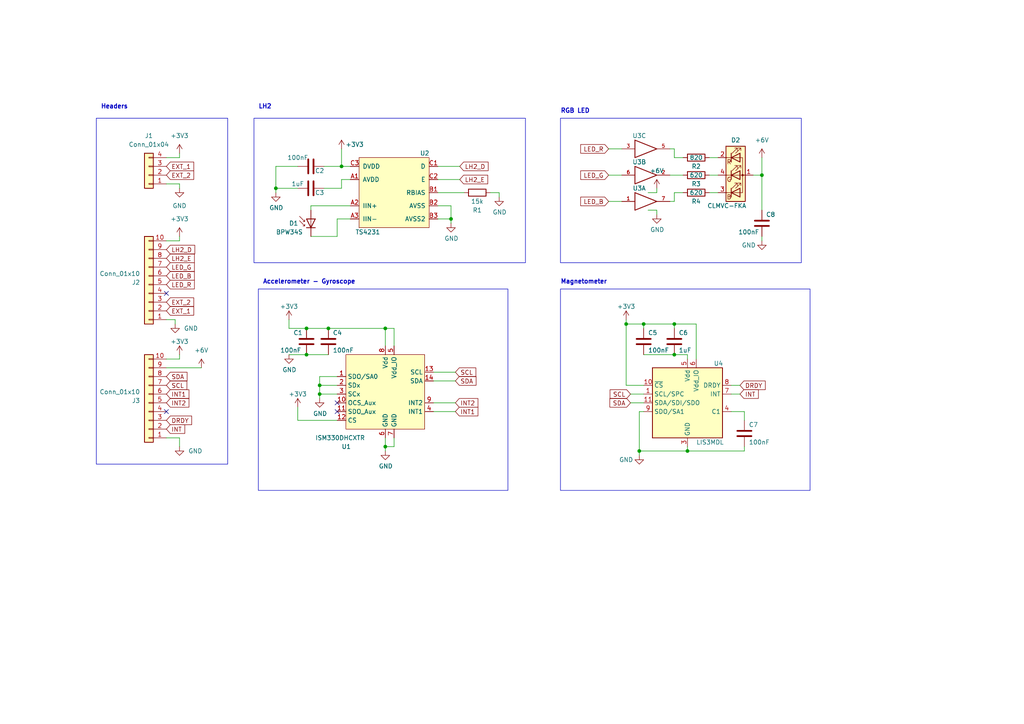
<source format=kicad_sch>
(kicad_sch (version 20230121) (generator eeschema)
  (paper "A4")
  (title_block (title "DotBot lighthouse shield") (date "2023-06-09") (rev "0.1.0") (company "Inria"))
  (lib_symbols
    (symbol "74xGxx:74LVC3G34" (pin_names (offset 1.016))
      (property "Reference" "U" (at -2.54 3.81 0))
      (property "Value" "74LVC3G34" (at 0 -3.81 0))
      (symbol "74LVC3G34_0_1"
        (polyline (pts (xy -3.81 2.54) (xy -3.81 -2.54) (xy 2.54 0) (xy -3.81 2.54)) (stroke (width 0.254)))
        (pin power_in line (at 0 -2.54 270) (length 0) hide (name "GND") (number "4"))
        (pin power_in line (at 0 2.54 90) (length 0) hide (name "VCC") (number "8"))
      )
      (symbol "74LVC3G34_1_1"
        (pin input line (at -7.62 0 0) (length 3.81) (name "~") (number "1"))
        (pin output line (at 6.35 0 180) (length 3.81) (name "~") (number "7"))
      )
      (symbol "74LVC3G34_2_1"
        (pin output line (at 6.35 0 180) (length 3.81) (name "~") (number "2"))
        (pin input line (at -7.62 0 0) (length 3.81) (name "~") (number "6"))
      )
      (symbol "74LVC3G34_3_1"
        (pin input line (at -7.62 0 0) (length 3.81) (name "~") (number "3"))
        (pin output line (at 6.35 0 180) (length 3.81) (name "~") (number "5"))
      )
    )
    (symbol "Connector_Generic:Conn_01x04" (pin_names (offset 1.016) hide)
      (property "Reference" "J" (at 0 5.08 0))
      (property "Value" "Conn_01x04" (at 0 -7.62 0))
      (symbol "Conn_01x04_1_1"
        (rectangle (start -1.27 -4.953) (end 0 -5.207) (stroke (width 0.1524)))
        (rectangle (start -1.27 -2.413) (end 0 -2.667) (stroke (width 0.1524)))
        (rectangle (start -1.27 0.127) (end 0 -0.127) (stroke (width 0.1524)))
        (rectangle (start -1.27 2.667) (end 0 2.413) (stroke (width 0.1524)))
        (rectangle (start -1.27 3.81) (end 1.27 -6.35) (stroke (width 0.254)) (fill (type background)))
        (pin passive line (at -5.08 2.54 0) (length 3.81) (name "Pin_1") (number "1"))
        (pin passive line (at -5.08 0 0) (length 3.81) (name "Pin_2") (number "2"))
        (pin passive line (at -5.08 -2.54 0) (length 3.81) (name "Pin_3") (number "3"))
        (pin passive line (at -5.08 -5.08 0) (length 3.81) (name "Pin_4") (number "4"))
      )
    )
    (symbol "Connector_Generic:Conn_01x10" (pin_names (offset 1.016) hide)
      (property "Reference" "J" (at 0 12.7 0))
      (property "Value" "Conn_01x10" (at 0 -15.24 0))
      (symbol "Conn_01x10_1_1"
        (rectangle (start -1.27 -12.573) (end 0 -12.827) (stroke (width 0.1524)))
        (rectangle (start -1.27 -10.033) (end 0 -10.287) (stroke (width 0.1524)))
        (rectangle (start -1.27 -7.493) (end 0 -7.747) (stroke (width 0.1524)))
        (rectangle (start -1.27 -4.953) (end 0 -5.207) (stroke (width 0.1524)))
        (rectangle (start -1.27 -2.413) (end 0 -2.667) (stroke (width 0.1524)))
        (rectangle (start -1.27 0.127) (end 0 -0.127) (stroke (width 0.1524)))
        (rectangle (start -1.27 2.667) (end 0 2.413) (stroke (width 0.1524)))
        (rectangle (start -1.27 5.207) (end 0 4.953) (stroke (width 0.1524)))
        (rectangle (start -1.27 7.747) (end 0 7.493) (stroke (width 0.1524)))
        (rectangle (start -1.27 10.287) (end 0 10.033) (stroke (width 0.1524)))
        (rectangle (start -1.27 11.43) (end 1.27 -13.97) (stroke (width 0.254)) (fill (type background)))
        (pin passive line (at -5.08 10.16 0) (length 3.81) (name "Pin_1") (number "1"))
        (pin passive line (at -5.08 -12.7 0) (length 3.81) (name "Pin_10") (number "10"))
        (pin passive line (at -5.08 7.62 0) (length 3.81) (name "Pin_2") (number "2"))
        (pin passive line (at -5.08 5.08 0) (length 3.81) (name "Pin_3") (number "3"))
        (pin passive line (at -5.08 2.54 0) (length 3.81) (name "Pin_4") (number "4"))
        (pin passive line (at -5.08 0 0) (length 3.81) (name "Pin_5") (number "5"))
        (pin passive line (at -5.08 -2.54 0) (length 3.81) (name "Pin_6") (number "6"))
        (pin passive line (at -5.08 -5.08 0) (length 3.81) (name "Pin_7") (number "7"))
        (pin passive line (at -5.08 -7.62 0) (length 3.81) (name "Pin_8") (number "8"))
        (pin passive line (at -5.08 -10.16 0) (length 3.81) (name "Pin_9") (number "9"))
      )
    )
    (symbol "Device:C" (pin_numbers hide) (pin_names (offset 0.254))
      (property "Reference" "C" (at 0.635 2.54 0))
      (property "Value" "C" (at 0.635 -2.54 0))
      (symbol "C_0_1"
        (polyline (pts (xy -2.032 -0.762) (xy 2.032 -0.762)) (stroke (width 0.508)))
        (polyline (pts (xy -2.032 0.762) (xy 2.032 0.762)) (stroke (width 0.508)))
      )
      (symbol "C_1_1"
        (pin passive line (at 0 3.81 270) (length 2.794) (name "~") (number "1"))
        (pin passive line (at 0 -3.81 90) (length 2.794) (name "~") (number "2"))
      )
    )
    (symbol "Device:D_Photo" (pin_numbers hide) (pin_names hide)
      (property "Reference" "D" (at 0.508 1.778 0))
      (property "Value" "D_Photo" (at -1.016 -2.794 0))
      (symbol "D_Photo_0_1"
        (polyline (pts (xy -2.54 1.27) (xy -2.54 -1.27)) (stroke (width 0.254)))
        (polyline (pts (xy -2.032 1.778) (xy -1.524 1.778)))
        (polyline (pts (xy 0 0) (xy -2.54 0)))
        (polyline (pts (xy -0.508 3.302) (xy -2.032 1.778) (xy -2.032 2.286)))
        (polyline (pts (xy 0 -1.27) (xy 0 1.27) (xy -2.54 0) (xy 0 -1.27)) (stroke (width 0.254)))
        (polyline (pts (xy 0.762 3.302) (xy -0.762 1.778) (xy -0.762 2.286) (xy -0.762 1.778) (xy -0.254 1.778)))
      )
      (symbol "D_Photo_1_1"
        (pin passive line (at -5.08 0 0) (length 2.54) (name "K") (number "1"))
        (pin passive line (at 2.54 0 180) (length 2.54) (name "A") (number "2"))
      )
    )
    (symbol "Device:LED_ARBG" (pin_names (offset 0) hide)
      (property "Reference" "D" (at 0 9.398 0))
      (property "Value" "LED_ARBG" (at 0 -8.89 0))
      (symbol "LED_ARBG_0_0"
        (text "B" (at -1.905 -6.35 0) (effects (font (size 1.27 1.27))))
        (text "G" (at -1.905 -1.27 0) (effects (font (size 1.27 1.27))))
        (text "R" (at -1.905 3.81 0) (effects (font (size 1.27 1.27))))
      )
      (symbol "LED_ARBG_0_1"
        (polyline (pts (xy -1.27 -5.08) (xy -2.54 -5.08)))
        (polyline (pts (xy -1.27 -5.08) (xy 1.27 -5.08)))
        (polyline (pts (xy -1.27 -3.81) (xy -1.27 -6.35)) (stroke (width 0.254)))
        (polyline (pts (xy -1.27 0) (xy -2.54 0)))
        (polyline (pts (xy -1.27 1.27) (xy -1.27 -1.27)) (stroke (width 0.254)))
        (polyline (pts (xy -1.27 5.08) (xy -2.54 5.08)))
        (polyline (pts (xy -1.27 5.08) (xy 1.27 5.08)))
        (polyline (pts (xy -1.27 6.35) (xy -1.27 3.81)) (stroke (width 0.254)))
        (polyline (pts (xy 1.27 0) (xy -1.27 0)))
        (polyline (pts (xy 1.27 0) (xy 2.54 0)))
        (polyline (pts (xy -1.27 1.27) (xy -1.27 -1.27) (xy -1.27 -1.27)))
        (polyline (pts (xy -1.27 6.35) (xy -1.27 3.81) (xy -1.27 3.81)))
        (polyline (pts (xy 1.27 -5.08) (xy 2.032 -5.08) (xy 2.032 5.08) (xy 1.27 5.08)))
        (polyline (pts (xy 1.27 -3.81) (xy 1.27 -6.35) (xy -1.27 -5.08) (xy 1.27 -3.81)) (stroke (width 0.254)))
        (polyline (pts (xy 1.27 1.27) (xy 1.27 -1.27) (xy -1.27 0) (xy 1.27 1.27)) (stroke (width 0.254)))
        (polyline (pts (xy 1.27 6.35) (xy 1.27 3.81) (xy -1.27 5.08) (xy 1.27 6.35)) (stroke (width 0.254)))
        (polyline (pts (xy -1.016 -3.81) (xy 0.508 -2.286) (xy -0.254 -2.286) (xy 0.508 -2.286) (xy 0.508 -3.048)))
        (polyline (pts (xy -1.016 1.27) (xy 0.508 2.794) (xy -0.254 2.794) (xy 0.508 2.794) (xy 0.508 2.032)))
        (polyline (pts (xy -1.016 6.35) (xy 0.508 7.874) (xy -0.254 7.874) (xy 0.508 7.874) (xy 0.508 7.112)))
        (polyline (pts (xy 0 -3.81) (xy 1.524 -2.286) (xy 0.762 -2.286) (xy 1.524 -2.286) (xy 1.524 -3.048)))
        (polyline (pts (xy 0 1.27) (xy 1.524 2.794) (xy 0.762 2.794) (xy 1.524 2.794) (xy 1.524 2.032)))
        (polyline (pts (xy 0 6.35) (xy 1.524 7.874) (xy 0.762 7.874) (xy 1.524 7.874) (xy 1.524 7.112)))
        (rectangle (start 1.27 -1.27) (end 1.27 1.27))
        (rectangle (start 1.27 1.27) (end 1.27 1.27))
        (rectangle (start 1.27 3.81) (end 1.27 6.35))
        (rectangle (start 1.27 6.35) (end 1.27 6.35))
        (circle (center 2.032 0) (radius 0.254) (fill (type outline)))
        (rectangle (start 2.794 8.382) (end -2.794 -7.62) (stroke (width 0.254)) (fill (type background)))
      )
      (symbol "LED_ARBG_1_1"
        (pin passive line (at 5.08 0 180) (length 2.54) (name "A") (number "1"))
        (pin passive line (at -5.08 5.08 0) (length 2.54) (name "RK") (number "2"))
        (pin passive line (at -5.08 -5.08 0) (length 2.54) (name "BK") (number "3"))
        (pin passive line (at -5.08 0 0) (length 2.54) (name "GK") (number "4"))
      )
    )
    (symbol "Device:R" (pin_numbers hide) (pin_names (offset 0))
      (property "Reference" "R" (at 2.032 0 90))
      (property "Value" "R" (at 0 0 90))
      (symbol "R_0_1"
        (rectangle (start -1.016 -2.54) (end 1.016 2.54) (stroke (width 0.254)))
      )
      (symbol "R_1_1"
        (pin passive line (at 0 3.81 270) (length 1.27) (name "~") (number "1"))
        (pin passive line (at 0 -3.81 90) (length 1.27) (name "~") (number "2"))
      )
    )
    (symbol "DotBot:ISM330DHCXTR"
      (property "Reference" "U" (at -8.89 11.43 0))
      (property "Value" "ISM330DHCXTR" (at -7.62 -13.97 0))
      (symbol "ISM330DHCXTR_0_0"
        (pin output line (at -12.7 3.81 0) (length 2.54) (name "SDO/SA0") (number "1"))
        (pin unspecified line (at -12.7 -3.81 0) (length 2.54) (name "OCS_Aux") (number "10"))
        (pin unspecified line (at -12.7 -6.35 0) (length 2.54) (name "SDO_Aux") (number "11"))
        (pin input line (at -12.7 -8.89 0) (length 2.54) (name "CS") (number "12"))
        (pin input line (at 15.24 5.08 180) (length 2.54) (name "SCL") (number "13"))
        (pin bidirectional line (at 15.24 2.54 180) (length 2.54) (name "SDA") (number "14"))
        (pin output line (at -12.7 1.27 0) (length 2.54) (name "SDx") (number "2"))
        (pin output line (at -12.7 -1.27 0) (length 2.54) (name "SCx") (number "3"))
        (pin output line (at 15.24 -6.35 180) (length 2.54) (name "INT1") (number "4"))
        (pin passive line (at 3.81 12.7 270) (length 2.54) (name "Vdd_IO") (number "5"))
        (pin passive line (at 1.27 -13.97 90) (length 2.54) (name "GND") (number "6"))
        (pin passive line (at 3.81 -13.97 90) (length 2.54) (name "GND") (number "7"))
        (pin passive line (at 1.27 12.7 270) (length 2.54) (name "Vdd") (number "8"))
        (pin output line (at 15.24 -3.81 180) (length 2.54) (name "INT2") (number "9"))
      )
      (symbol "ISM330DHCXTR_0_1"
        (rectangle (start -10.16 10.16) (end 12.7 -11.43) (fill (type background)))
      )
    )
    (symbol "DotBot:TS4231" (pin_names (offset 1.016))
      (property "Reference" "U" (at 2.54 -1.27 0))
      (property "Value" "TS4231" (at -12.7 -24.13 0))
      (symbol "TS4231_0_1"
        (rectangle (start 3.81 -2.54) (end -16.51 -22.86) (fill (type background)))
      )
      (symbol "TS4231_1_1"
        (pin power_in line (at -19.05 -8.89 0) (length 2.54) (name "AVDD") (number "A1"))
        (pin input line (at -19.05 -16.51 0) (length 2.54) (name "IIN+") (number "A2"))
        (pin input line (at -19.05 -20.32 0) (length 2.54) (name "IIN-") (number "A3"))
        (pin passive line (at 6.35 -12.7 180) (length 2.54) (name "RBIAS") (number "B1"))
        (pin power_in line (at 6.35 -16.51 180) (length 2.54) (name "AVSS") (number "B2"))
        (pin power_in line (at 6.35 -20.32 180) (length 2.54) (name "AVSS2") (number "B3"))
        (pin bidirectional line (at 6.35 -5.08 180) (length 2.54) (name "D") (number "C1"))
        (pin bidirectional line (at 6.35 -8.89 180) (length 2.54) (name "E") (number "C2"))
        (pin power_in line (at -19.05 -5.08 0) (length 2.54) (name "DVDD") (number "C3"))
      )
    )
    (symbol "OLIMEX_Power:+3.3V" (power) (pin_names (offset 0))
      (property "Value" "+3.3V" (at 0 3.556 0))
      (symbol "+3.3V_0_1"
        (polyline (pts (xy -0.762 1.27) (xy 0 2.54)))
        (polyline (pts (xy 0 0) (xy 0 2.54)))
        (polyline (pts (xy 0 2.54) (xy 0.762 1.27)))
      )
      (symbol "+3.3V_1_1"
        (pin power_in line (at 0 0 90) (length 0) hide (name "+3V3") (number "1"))
      )
    )
    (symbol "OLIMEX_Power:+6V" (power) (pin_names (offset 0))
      (property "Value" "+6V" (at 0 3.556 0))
      (symbol "+6V_0_1"
        (polyline (pts (xy -0.762 1.27) (xy 0 2.54)))
        (polyline (pts (xy 0 0) (xy 0 2.54)))
        (polyline (pts (xy 0 2.54) (xy 0.762 1.27)))
      )
      (symbol "+6V_1_1"
        (pin power_in line (at 0 0 90) (length 0) hide (name "+6V") (number "1"))
      )
    )
    (symbol "OLIMEX_Power:GND" (power) (pin_names (offset 0))
      (property "Value" "GND" (at 0 -3.81 0))
      (symbol "GND_0_1"
        (polyline (pts (xy 0 0) (xy 0 -1.27) (xy 1.27 -1.27) (xy 0 -2.54) (xy -1.27 -1.27) (xy 0 -1.27)))
      )
      (symbol "GND_1_1"
        (pin power_in line (at 0 0 270) (length 0) hide (name "GND") (number "1"))
      )
    )
    (symbol "Sensor_Magnetic:LIS3MDL"
      (property "Reference" "U" (at -8.89 11.43 0))
      (property "Value" "LIS3MDL" (at 7.62 11.43 0))
      (symbol "LIS3MDL_0_1"
        (rectangle (start -10.16 10.16) (end 10.16 -10.16) (stroke (width 0.254)) (fill (type background)))
      )
      (symbol "LIS3MDL_1_1"
        (pin input line (at -12.7 2.54 0) (length 2.54) (name "SCL/SPC") (number "1"))
        (pin input line (at -12.7 5.08 0) (length 2.54) (name "~{CS}") (number "10"))
        (pin bidirectional line (at -12.7 0 0) (length 2.54) (name "SDA/SDI/SDO") (number "11"))
        (pin passive line (at 0 -12.7 90) (length 2.54) hide (name "GND") (number "12"))
        (pin passive line (at 0 -12.7 90) (length 2.54) hide (name "GND") (number "2"))
        (pin power_in line (at 0 -12.7 90) (length 2.54) (name "GND") (number "3"))
        (pin power_out line (at 12.7 -2.54 180) (length 2.54) (name "C1") (number "4"))
        (pin power_in line (at 0 12.7 270) (length 2.54) (name "Vdd") (number "5"))
        (pin power_in line (at 2.54 12.7 270) (length 2.54) (name "Vdd_IO") (number "6"))
        (pin output line (at 12.7 2.54 180) (length 2.54) (name "INT") (number "7"))
        (pin output line (at 12.7 5.08 180) (length 2.54) (name "DRDY") (number "8"))
        (pin bidirectional line (at -12.7 -2.54 0) (length 2.54) (name "SDO/SA1") (number "9"))
      )
    )
    (symbol "power:+3.3V" (power) (pin_names (offset 0))
      (property "Value" "+3.3V" (at 0 3.556 0))
      (symbol "+3.3V_0_1"
        (polyline (pts (xy -0.762 1.27) (xy 0 2.54)))
        (polyline (pts (xy 0 0) (xy 0 2.54)))
        (polyline (pts (xy 0 2.54) (xy 0.762 1.27)))
      )
      (symbol "+3.3V_1_1"
        (pin power_in line (at 0 0 90) (length 0) hide (name "+3V3") (number "1"))
      )
    )
    (symbol "power:GND" (power) (pin_names (offset 0))
      (property "Value" "GND" (at 0 -3.81 0))
      (symbol "GND_0_1"
        (polyline (pts (xy 0 0) (xy 0 -1.27) (xy 1.27 -1.27) (xy 0 -2.54) (xy -1.27 -1.27) (xy 0 -1.27)))
      )
      (symbol "GND_1_1"
        (pin power_in line (at 0 0 270) (length 0) hide (name "GND") (number "1"))
      )
    )
  )
  (junction (at 88.9 102.87))
  (junction (at 199.39 130.81))
  (junction (at 99.06 48.26))
  (junction (at 195.58 102.87))
  (junction (at 80.01 54.61))
  (junction (at 181.61 93.98))
  (junction (at 185.42 130.81))
  (junction (at 186.69 93.98))
  (junction (at 195.58 93.98))
  (junction (at 220.98 50.8))
  (junction (at 92.71 114.3))
  (junction (at 92.71 111.76))
  (junction (at 88.9 95.25))
  (junction (at 95.25 95.25))
  (junction (at 111.76 95.25))
  (junction (at 130.81 63.5))
  (junction (at 111.76 129.54))
  (no_connect (at 48.26 85.09))
  (no_connect (at 48.26 119.38))
  (no_connect (at 97.79 119.38))
  (no_connect (at 97.79 116.84))
  (wire (pts (xy 88.9 102.87) (xy 95.25 102.87)))
  (wire (pts (xy 195.58 45.72) (xy 195.58 43.18)))
  (wire (pts (xy 52.07 69.85) (xy 52.07 68.58)))
  (wire (pts (xy 186.69 119.38) (xy 185.42 119.38)))
  (wire (pts (xy 95.25 95.25) (xy 111.76 95.25)))
  (wire (pts (xy 127 48.26) (xy 133.35 48.26)))
  (wire (pts (xy 90.17 60.96) (xy 90.17 59.69)))
  (wire (pts (xy 195.58 43.18) (xy 194.31 43.18)))
  (wire (pts (xy 80.01 54.61) (xy 86.36 54.61)))
  (wire (pts (xy 48.26 92.71) (xy 50.8 92.71)))
  (wire (pts (xy 198.12 45.72) (xy 195.58 45.72)))
  (wire (pts (xy 80.01 54.61) (xy 80.01 48.26)))
  (wire (pts (xy 93.98 54.61) (xy 99.06 54.61)))
  (wire (pts (xy 114.3 129.54) (xy 111.76 129.54)))
  (wire (pts (xy 99.06 54.61) (xy 99.06 52.07)))
  (wire (pts (xy 97.79 109.22) (xy 92.71 109.22)))
  (wire (pts (xy 92.71 115.57) (xy 92.71 114.3)))
  (wire (pts (xy 114.3 100.33) (xy 114.3 95.25)))
  (wire (pts (xy 194.31 50.8) (xy 198.12 50.8)))
  (wire (pts (xy 83.82 95.25) (xy 88.9 95.25)))
  (wire (pts (xy 176.53 50.8) (xy 180.34 50.8)))
  (wire (pts (xy 181.61 111.76) (xy 186.69 111.76)))
  (wire (pts (xy 215.9 130.81) (xy 215.9 129.54)))
  (wire (pts (xy 182.88 114.3) (xy 186.69 114.3)))
  (wire (pts (xy 48.26 45.72) (xy 52.07 45.72)))
  (wire (pts (xy 111.76 129.54) (xy 111.76 130.81)))
  (wire (pts (xy 185.42 132.08) (xy 185.42 130.81)))
  (wire (pts (xy 52.07 127) (xy 52.07 129.54)))
  (wire (pts (xy 92.71 114.3) (xy 97.79 114.3)))
  (wire (pts (xy 187.96 60.96) (xy 190.5 60.96)))
  (wire (pts (xy 127 55.88) (xy 134.62 55.88)))
  (wire (pts (xy 195.58 58.42) (xy 194.31 58.42)))
  (wire (pts (xy 111.76 95.25) (xy 111.76 100.33)))
  (wire (pts (xy 220.98 50.8) (xy 220.98 45.72)))
  (wire (pts (xy 88.9 95.25) (xy 95.25 95.25)))
  (wire (pts (xy 186.69 102.87) (xy 195.58 102.87)))
  (wire (pts (xy 80.01 48.26) (xy 86.36 48.26)))
  (wire (pts (xy 199.39 129.54) (xy 199.39 130.81)))
  (wire (pts (xy 114.3 127) (xy 114.3 129.54)))
  (wire (pts (xy 52.07 45.72) (xy 52.07 44.45)))
  (wire (pts (xy 52.07 53.34) (xy 52.07 54.61)))
  (wire (pts (xy 181.61 92.71) (xy 181.61 93.98)))
  (wire (pts (xy 48.26 69.85) (xy 52.07 69.85)))
  (wire (pts (xy 198.12 55.88) (xy 195.58 55.88)))
  (wire (pts (xy 130.81 63.5) (xy 130.81 64.77)))
  (wire (pts (xy 212.09 111.76) (xy 214.63 111.76)))
  (wire (pts (xy 130.81 59.69) (xy 130.81 63.5)))
  (wire (pts (xy 125.73 119.38) (xy 132.08 119.38)))
  (wire (pts (xy 97.79 68.58) (xy 97.79 63.5)))
  (wire (pts (xy 195.58 93.98) (xy 195.58 95.25)))
  (wire (pts (xy 99.06 43.18) (xy 99.06 48.26)))
  (wire (pts (xy 52.07 104.14) (xy 52.07 102.87)))
  (wire (pts (xy 185.42 119.38) (xy 185.42 130.81)))
  (wire (pts (xy 186.69 93.98) (xy 186.69 95.25)))
  (wire (pts (xy 83.82 92.71) (xy 83.82 95.25)))
  (wire (pts (xy 212.09 119.38) (xy 215.9 119.38)))
  (wire (pts (xy 195.58 93.98) (xy 201.93 93.98)))
  (wire (pts (xy 93.98 48.26) (xy 99.06 48.26)))
  (wire (pts (xy 114.3 95.25) (xy 111.76 95.25)))
  (wire (pts (xy 90.17 59.69) (xy 101.6 59.69)))
  (wire (pts (xy 48.26 106.68) (xy 58.42 106.68)))
  (wire (pts (xy 86.36 121.92) (xy 86.36 118.11)))
  (wire (pts (xy 97.79 63.5) (xy 101.6 63.5)))
  (wire (pts (xy 99.06 48.26) (xy 101.6 48.26)))
  (wire (pts (xy 215.9 130.81) (xy 199.39 130.81)))
  (wire (pts (xy 50.8 92.71) (xy 50.8 93.98)))
  (wire (pts (xy 92.71 109.22) (xy 92.71 111.76)))
  (wire (pts (xy 186.69 93.98) (xy 195.58 93.98)))
  (wire (pts (xy 125.73 110.49) (xy 132.08 110.49)))
  (wire (pts (xy 86.36 121.92) (xy 97.79 121.92)))
  (wire (pts (xy 176.53 43.18) (xy 180.34 43.18)))
  (wire (pts (xy 80.01 55.88) (xy 80.01 54.61)))
  (wire (pts (xy 212.09 114.3) (xy 214.63 114.3)))
  (wire (pts (xy 220.98 68.58) (xy 220.98 69.85)))
  (wire (pts (xy 205.74 45.72) (xy 208.28 45.72)))
  (wire (pts (xy 127 52.07) (xy 133.35 52.07)))
  (wire (pts (xy 144.78 55.88) (xy 144.78 57.15)))
  (wire (pts (xy 48.26 53.34) (xy 52.07 53.34)))
  (wire (pts (xy 215.9 119.38) (xy 215.9 121.92)))
  (wire (pts (xy 125.73 107.95) (xy 132.08 107.95)))
  (wire (pts (xy 205.74 50.8) (xy 208.28 50.8)))
  (wire (pts (xy 127 63.5) (xy 130.81 63.5)))
  (wire (pts (xy 195.58 55.88) (xy 195.58 58.42)))
  (wire (pts (xy 205.74 55.88) (xy 208.28 55.88)))
  (wire (pts (xy 185.42 130.81) (xy 199.39 130.81)))
  (wire (pts (xy 218.44 50.8) (xy 220.98 50.8)))
  (wire (pts (xy 182.88 116.84) (xy 186.69 116.84)))
  (wire (pts (xy 83.82 102.87) (xy 88.9 102.87)))
  (wire (pts (xy 90.17 68.58) (xy 97.79 68.58)))
  (wire (pts (xy 220.98 60.96) (xy 220.98 50.8)))
  (wire (pts (xy 199.39 104.14) (xy 199.39 102.87)))
  (wire (pts (xy 181.61 93.98) (xy 186.69 93.98)))
  (wire (pts (xy 92.71 111.76) (xy 92.71 114.3)))
  (wire (pts (xy 142.24 55.88) (xy 144.78 55.88)))
  (wire (pts (xy 127 59.69) (xy 130.81 59.69)))
  (wire (pts (xy 201.93 104.14) (xy 201.93 93.98)))
  (wire (pts (xy 199.39 102.87) (xy 195.58 102.87)))
  (wire (pts (xy 181.61 93.98) (xy 181.61 111.76)))
  (wire (pts (xy 187.96 55.88) (xy 190.5 55.88)))
  (wire (pts (xy 176.53 58.42) (xy 180.34 58.42)))
  (wire (pts (xy 97.79 111.76) (xy 92.71 111.76)))
  (wire (pts (xy 125.73 116.84) (xy 132.08 116.84)))
  (wire (pts (xy 111.76 127) (xy 111.76 129.54)))
  (wire (pts (xy 48.26 104.14) (xy 52.07 104.14)))
  (wire (pts (xy 99.06 52.07) (xy 101.6 52.07)))
  (wire (pts (xy 190.5 55.88) (xy 190.5 54.61)))
  (wire (pts (xy 190.5 60.96) (xy 190.5 62.23)))
  (wire (pts (xy 48.26 127) (xy 52.07 127)))
  (rectangle (start 162.56 34.29) (end 232.41 76.2))
  (rectangle (start 162.56 83.82) (end 234.95 142.24))
  (rectangle (start 74.93 83.82) (end 147.32 142.24))
  (rectangle (start 27.94 34.29) (end 66.04 134.62))
  (rectangle (start 73.66 34.29) (end 152.4 76.2))
  (text "Headers" (at 29.21 31.75 0) (effects (font (size 1.27 1.27) (thickness 0.254) bold) (justify left bottom)))
  (text "RGB LED" (at 162.56 33.02 0) (effects (font (size 1.27 1.27) (thickness 0.254) bold) (justify left bottom)))
  (text "LH2" (at 74.93 31.75 0) (effects (font (size 1.27 1.27) (thickness 0.254) bold) (justify left bottom)))
  (text "Accelerometer - Gyroscope" (at 76.2 82.55 0) (effects (font (size 1.27 1.27) (thickness 0.254) bold) (justify left bottom)))
  (text "Magnetometer" (at 162.56 82.55 0) (effects (font (size 1.27 1.27) (thickness 0.254) bold) (justify left bottom)))
  (global_label "INT1" (shape input) (at 132.08 119.38 0) (property "Intersheetrefs" "${INTERSHEET_REFS}" (effects hide)))
  (global_label "LED_B" (shape input) (at 176.53 58.42 180) (property "Intersheetrefs" "${INTERSHEET_REFS}" (effects hide)))
  (global_label "LED_R" (shape input) (at 48.26 82.55 0) (property "Intersheetrefs" "${INTERSHEET_REFS}" (effects hide)))
  (global_label "SCL" (shape input) (at 182.88 114.3 180) (property "Intersheetrefs" "${INTERSHEET_REFS}" (effects hide)))
  (global_label "LH2_E" (shape input) (at 133.35 52.07 0) (property "Intersheetrefs" "${INTERSHEET_REFS}" (effects hide)))
  (global_label "SDA" (shape input) (at 132.08 110.49 0) (property "Intersheetrefs" "${INTERSHEET_REFS}" (effects hide)))
  (global_label "INT" (shape input) (at 48.26 124.46 0) (property "Intersheetrefs" "${INTERSHEET_REFS}" (effects hide)))
  (global_label "EXT_1" (shape input) (at 48.26 90.17 0) (property "Intersheetrefs" "${INTERSHEET_REFS}" (effects hide)))
  (global_label "DRDY" (shape input) (at 214.63 111.76 0) (property "Intersheetrefs" "${INTERSHEET_REFS}" (effects hide)))
  (global_label "DRDY" (shape input) (at 48.26 121.92 0) (property "Intersheetrefs" "${INTERSHEET_REFS}" (effects hide)))
  (global_label "LH2_E" (shape input) (at 48.26 74.93 0) (property "Intersheetrefs" "${INTERSHEET_REFS}" (effects hide)))
  (global_label "SDA" (shape input) (at 182.88 116.84 180) (property "Intersheetrefs" "${INTERSHEET_REFS}" (effects hide)))
  (global_label "LED_G" (shape input) (at 176.53 50.8 180) (property "Intersheetrefs" "${INTERSHEET_REFS}" (effects hide)))
  (global_label "INT2" (shape input) (at 132.08 116.84 0) (property "Intersheetrefs" "${INTERSHEET_REFS}" (effects hide)))
  (global_label "EXT_1" (shape input) (at 48.26 48.26 0) (property "Intersheetrefs" "${INTERSHEET_REFS}" (effects hide)))
  (global_label "LED_G" (shape input) (at 48.26 77.47 0) (property "Intersheetrefs" "${INTERSHEET_REFS}" (effects hide)))
  (global_label "LH2_D" (shape input) (at 48.26 72.39 0) (property "Intersheetrefs" "${INTERSHEET_REFS}" (effects hide)))
  (global_label "LED_B" (shape input) (at 48.26 80.01 0) (property "Intersheetrefs" "${INTERSHEET_REFS}" (effects hide)))
  (global_label "INT" (shape input) (at 214.63 114.3 0) (property "Intersheetrefs" "${INTERSHEET_REFS}" (effects hide)))
  (global_label "INT1" (shape input) (at 48.26 114.3 0) (property "Intersheetrefs" "${INTERSHEET_REFS}" (effects hide)))
  (global_label "LH2_D" (shape input) (at 133.35 48.26 0) (property "Intersheetrefs" "${INTERSHEET_REFS}" (effects hide)))
  (global_label "INT2" (shape input) (at 48.26 116.84 0) (property "Intersheetrefs" "${INTERSHEET_REFS}" (effects hide)))
  (global_label "SCL" (shape input) (at 48.26 111.76 0) (property "Intersheetrefs" "${INTERSHEET_REFS}" (effects hide)))
  (global_label "LED_R" (shape input) (at 176.53 43.18 180) (property "Intersheetrefs" "${INTERSHEET_REFS}" (effects hide)))
  (global_label "SCL" (shape input) (at 132.08 107.95 0) (property "Intersheetrefs" "${INTERSHEET_REFS}" (effects hide)))
  (global_label "SDA" (shape input) (at 48.26 109.22 0) (property "Intersheetrefs" "${INTERSHEET_REFS}" (effects hide)))
  (global_label "EXT_2" (shape input) (at 48.26 87.63 0) (property "Intersheetrefs" "${INTERSHEET_REFS}" (effects hide)))
  (global_label "EXT_2" (shape input) (at 48.26 50.8 0) (property "Intersheetrefs" "${INTERSHEET_REFS}" (effects hide)))
  (symbol (lib_id "Device:C") (at 195.58 99.06 0) (unit 1)
    (property "Reference" "C6" (at 196.85 96.52 0) (effects (justify left)))
    (property "Value" "1uF" (at 196.85 101.6 0) (effects (justify left)))
    (property "Footprint" "Capacitor_SMD:C_0603_1608Metric" (effects hide))
    (property "Datasheet" "http://www.samsungsem.com/kr/support/product-search/mlcc/CL10B104KB8NNWC.jsp" (effects hide))
    (property "Link" "https://www.digikey.fr/short/pm3hbfq0" (effects hide))
    (property "Manufacturer" "Samsung Electro-Mechanics" (effects hide))
    (property "Mfr Part Number" "CL10B104KB8NNWC" (effects hide))
    (property "Price" "0.1" (effects hide))
    (property "AISLER_MPN" "CL10B104KB8NNWC" (effects hide))
  )
  (symbol (lib_id "OLIMEX_Power:+6V") (at 190.5 54.61 0) (unit 1)
    (property "Reference" "#PWR019" (effects hide))
    (property "Value" "+6V" (at 190.5 49.53 0))
  )
  (symbol (lib_id "OLIMEX_Power:GND") (at 50.8 93.98 0) (unit 1)
    (property "Reference" "#PWR01" (effects hide))
    (property "Value" "GND" (at 53.34 95.25 0) (effects (justify left)))
  )
  (symbol (lib_id "OLIMEX_Power:+3.3V") (at 52.07 68.58 0) (unit 1)
    (property "Reference" "#PWR04" (effects hide))
    (property "Value" "+3.3V" (at 52.07 63.5 0))
  )
  (symbol (lib_id "Device:LED_ARBG") (at 213.36 50.8 0) (unit 1)
    (property "Reference" "D2" (at 213.36 40.64 0))
    (property "Value" "CLMVC-FKA" (at 210.82 59.69 0))
    (property "Footprint" "LED_SMD:LED_Cree-PLCC4_2x2mm_CW" (effects hide))
    (property "Datasheet" "https://media.digikey.com/pdf/Data%20Sheets/CREE%20Power/CLMVC-FKA_Rev13_2021.pdf" (effects hide))
    (property "Link" "https://www.digikey.fr/short/ppj3nqm1" (effects hide))
    (property "Mfr Part Number" "CLMVC-FKA" (effects hide))
    (property "Price" "0.146" (effects hide))
  )
  (symbol (lib_id "OLIMEX_Power:+3.3V") (at 83.82 92.71 0) (unit 1)
    (property "Reference" "#PWR09" (effects hide))
    (property "Value" "+3.3V" (at 83.82 88.9 0))
  )
  (symbol (lib_id "power:GND") (at 130.81 64.77 0) (unit 1)
    (property "Reference" "#PWR015" (effects hide))
    (property "Value" "GND" (at 130.937 69.1642 0))
  )
  (symbol (lib_id "Connector_Generic:Conn_01x10") (at 43.18 116.84 180) (unit 1)
    (property "Reference" "J3" (at 40.64 116.205 0) (effects (justify left)))
    (property "Value" "Conn_01x10" (at 40.64 113.665 0) (effects (justify left)))
    (property "Footprint" "Connector_PinHeader_2.54mm:PinHeader_1x10_P2.54mm_Vertical" (effects hide))
    (property "Price" "0.0" (effects hide))
  )
  (symbol (lib_id "OLIMEX_Power:+6V") (at 220.98 45.72 0) (unit 1)
    (property "Reference" "#PWR021" (effects hide))
    (property "Value" "+6V" (at 220.98 40.64 0))
  )
  (symbol (lib_id "Device:C") (at 88.9 99.06 0) (unit 1)
    (property "Reference" "C1" (at 85.09 96.52 0) (effects (justify left)))
    (property "Value" "100nF" (at 81.28 101.6 0) (effects (justify left)))
    (property "Footprint" "Capacitor_SMD:C_0603_1608Metric" (effects hide))
    (property "Datasheet" "http://www.samsungsem.com/kr/support/product-search/mlcc/CL10B104KB8NNWC.jsp" (effects hide))
    (property "Link" "https://www.digikey.fr/short/pm3hbfq0" (effects hide))
    (property "Manufacturer" "Samsung Electro-Mechanics" (effects hide))
    (property "Mfr Part Number" "CL10B104KB8NNWC" (effects hide))
    (property "Price" "0.1" (effects hide))
    (property "AISLER_MPN" "CL10B104KB8NNWC" (effects hide))
  )
  (symbol (lib_id "OLIMEX_Power:+3.3V") (at 52.07 102.87 0) (unit 1)
    (property "Reference" "#PWR05" (effects hide))
    (property "Value" "+3.3V" (at 52.07 99.06 0))
  )
  (symbol (lib_id "74xGxx:74LVC3G34") (at 187.96 50.8 0) (unit 2)
    (property "Reference" "U3" (at 185.42 46.99 0))
    (property "Value" "74LVC3G34" (effects hide))
    (property "Footprint" "DotBot:SOT833-1-8_1x1.95_Pitch0.5mm" (effects hide))
    (property "Datasheet" "https://assets.nexperia.com/documents/data-sheet/74LVC3G34.pdf" (effects hide))
    (property "Link" "https://www.digikey.fr/short/zrnnpmd8" (effects hide))
    (property "Manufacturer" "Nexperia USA Inc." (effects hide))
    (property "Mfr Part Number" "74LVC3G34GT,115" (effects hide))
    (property "Price" "0.46" (effects hide))
    (property "AISLER_MPN" "74LVC3G34GT,115" (effects hide))
  )
  (symbol (lib_id "Device:R") (at 138.43 55.88 270) (unit 1)
    (property "Reference" "R1" (at 138.43 60.96 90))
    (property "Value" "15k" (at 138.43 58.42 90))
    (property "Footprint" "Resistor_SMD:R_0603_1608Metric" (effects hide))
    (property "Datasheet" "https://www.yageo.com/upload/media/product/productsearch/datasheet/rchip/PYu-RC_Group_51_RoHS_L_11.pdf" (effects hide))
    (property "Link" "https://www.digikey.fr/short/nthnhmrc" (effects hide))
    (property "Mfr Part Number" "RC0603FR-0715KL" (effects hide))
    (property "Price" "0.0043" (effects hide))
  )
  (symbol (lib_id "power:GND") (at 144.78 57.15 0) (unit 1)
    (property "Reference" "#PWR016" (effects hide))
    (property "Value" "GND" (at 144.907 61.5442 0))
  )
  (symbol (lib_id "OLIMEX_Power:+3.3V") (at 52.07 44.45 0) (unit 1)
    (property "Reference" "#PWR02" (effects hide))
    (property "Value" "+3.3V" (at 52.07 39.37 0))
  )
  (symbol (lib_id "power:GND") (at 83.82 102.87 0) (unit 1)
    (property "Reference" "#PWR010" (effects hide))
    (property "Value" "GND" (at 83.947 107.2642 0))
  )
  (symbol (lib_id "Device:D_Photo") (at 90.17 63.5 90) (unit 1)
    (property "Reference" "D1" (at 83.82 64.77 90) (effects (justify right)))
    (property "Value" "BPW34S" (at 80.01 67.31 90) (effects (justify right)))
    (property "Footprint" "DotBot:BPW34" (effects hide))
    (property "Datasheet" "https://dammedia.osram.info/media/resource/hires/osram-dam-5488319/BPW%2034%20S_EN.pdf" (effects hide))
    (property "Link" "https://www.digikey.fr/short/r3bb20fw" (effects hide))
    (property "Mfr Part Number" "BPW 34 S-Z" (effects hide))
    (property "Price" "0.49" (effects hide))
  )
  (symbol (lib_id "74xGxx:74LVC3G34") (at 187.96 58.42 0) (unit 1)
    (property "Reference" "U3" (at 185.42 54.61 0))
    (property "Value" "74LVC3G34" (effects hide))
    (property "Footprint" "DotBot:SOT833-1-8_1x1.95_Pitch0.5mm" (effects hide))
    (property "Datasheet" "https://assets.nexperia.com/documents/data-sheet/74LVC3G34.pdf" (effects hide))
    (property "Link" "https://www.digikey.fr/short/zrnnpmd8" (effects hide))
    (property "Manufacturer" "Nexperia USA Inc." (effects hide))
    (property "Mfr Part Number" "74LVC3G34GT,115" (effects hide))
    (property "Price" "0.46" (effects hide))
    (property "AISLER_MPN" "74LVC3G34GT,115" (effects hide))
  )
  (symbol (lib_id "Device:C") (at 95.25 99.06 0) (unit 1)
    (property "Reference" "C4" (at 96.52 96.52 0) (effects (justify left)))
    (property "Value" "100nF" (at 96.52 101.6 0) (effects (justify left)))
    (property "Footprint" "Capacitor_SMD:C_0603_1608Metric" (effects hide))
    (property "Datasheet" "http://www.samsungsem.com/kr/support/product-search/mlcc/CL10B104KB8NNWC.jsp" (effects hide))
    (property "Link" "https://www.digikey.fr/short/pm3hbfq0" (effects hide))
    (property "Manufacturer" "Samsung Electro-Mechanics" (effects hide))
    (property "Mfr Part Number" "CL10B104KB8NNWC" (effects hide))
    (property "Price" "0.1" (effects hide))
    (property "AISLER_MPN" "CL10B104KB8NNWC" (effects hide))
  )
  (symbol (lib_id "OLIMEX_Power:GND") (at 52.07 129.54 0) (unit 1)
    (property "Reference" "#PWR06" (effects hide))
    (property "Value" "GND" (at 54.61 130.81 0) (effects (justify left)))
  )
  (symbol (lib_id "DotBot:TS4231") (at 120.65 43.18 0) (unit 1)
    (property "Reference" "U2" (at 123.19 44.45 0))
    (property "Value" "TS4231" (at 106.68 67.31 0))
    (property "Footprint" "DotBot:TS4231" (effects hide))
    (property "Datasheet" "https://triadsemi.com/wp-content/uploads/2019/09/TS4231-Datasheet.pdf" (effects hide))
    (property "Link" "https://www.digikey.fr/short/92w80vrh" (effects hide))
    (property "Mfr Part Number" "TS4231" (effects hide))
    (property "Price" "0.945" (effects hide))
  )
  (symbol (lib_id "Device:C") (at 186.69 99.06 0) (unit 1)
    (property "Reference" "C5" (at 187.96 96.52 0) (effects (justify left)))
    (property "Value" "100nF" (at 187.96 101.6 0) (effects (justify left)))
    (property "Footprint" "Capacitor_SMD:C_0603_1608Metric" (effects hide))
    (property "Datasheet" "http://www.samsungsem.com/kr/support/product-search/mlcc/CL10B104KB8NNWC.jsp" (effects hide))
    (property "Link" "https://www.digikey.fr/short/pm3hbfq0" (effects hide))
    (property "Manufacturer" "Samsung Electro-Mechanics" (effects hide))
    (property "Mfr Part Number" "CL10B104KB8NNWC" (effects hide))
    (property "Price" "0.1" (effects hide))
    (property "AISLER_MPN" "CL10B104KB8NNWC" (effects hide))
  )
  (symbol (lib_id "Device:R") (at 201.93 55.88 90) (unit 1)
    (property "Reference" "R4" (at 201.93 58.42 90))
    (property "Value" "620" (at 201.93 55.88 90))
    (property "Footprint" "Resistor_SMD:R_0603_1608Metric" (effects hide))
    (property "Datasheet" "https://industrial.panasonic.com/cdbs/www-data/pdf/RDM0000/AOA0000C328.pdf" (effects hide))
    (property "Link" "https://www.digikey.fr/short/rj3trjhr" (effects hide))
    (property "Manufacturer" "Panasonic Electronic Components" (effects hide))
    (property "Mfr Part Number" "ERJ-PB3D2610V" (effects hide))
    (property "Price" "0.19" (effects hide))
    (property "AISLER_MPN" "ERJ-PB3D2610V" (effects hide))
  )
  (symbol (lib_id "Device:C") (at 220.98 64.77 0) (unit 1)
    (property "Reference" "C8" (at 223.52 62.23 0))
    (property "Value" "100nF" (at 217.17 67.31 0))
    (property "Footprint" "Capacitor_SMD:C_0603_1608Metric" (effects hide))
    (property "Datasheet" "http://www.samsungsem.com/kr/support/product-search/mlcc/CL10B104KB8NNWC.jsp" (effects hide))
    (property "Link" "https://www.digikey.fr/short/pm3hbfq0" (effects hide))
    (property "Mfr Part Number" "CL10B104KB8NNWC" (effects hide))
    (property "Price" "0.005" (effects hide))
  )
  (symbol (lib_id "Device:C") (at 90.17 54.61 90) (unit 1)
    (property "Reference" "C3" (at 92.71 55.88 90))
    (property "Value" "1uF" (at 86.36 53.34 90))
    (property "Footprint" "Capacitor_SMD:C_0603_1608Metric" (effects hide))
    (property "Datasheet" "https://media.digikey.com/pdf/Data%20Sheets/Samsung%20PDFs/CL10A105KA8NNNC_Spec.pdf" (effects hide))
    (property "Link" "https://www.digikey.fr/short/qjvrwt85" (effects hide))
    (property "Mfr Part Number" "CL10A105KA8NNNC" (effects hide))
    (property "Price" "0.0085" (effects hide))
  )
  (symbol (lib_id "power:GND") (at 111.76 130.81 0) (unit 1)
    (property "Reference" "#PWR014" (effects hide))
    (property "Value" "GND" (at 111.887 135.2042 0))
  )
  (symbol (lib_id "Connector_Generic:Conn_01x04") (at 43.18 50.8 180) (unit 1)
    (property "Reference" "J1" (at 43.18 39.37 0))
    (property "Value" "Conn_01x04" (at 43.18 41.91 0))
    (property "Footprint" "Connector_PinHeader_2.54mm:PinHeader_1x04_P2.54mm_Vertical" (effects hide))
    (property "Price" "0.0" (effects hide))
  )
  (symbol (lib_id "power:GND") (at 220.98 69.85 0) (unit 1)
    (property "Reference" "#PWR022" (effects hide))
    (property "Value" "GND" (at 217.17 71.12 0))
  )
  (symbol (lib_id "Sensor_Magnetic:LIS3MDL") (at 199.39 116.84 0) (unit 1)
    (property "Reference" "U4" (at 207.01 105.41 0) (effects (justify left)))
    (property "Value" "LIS3MDL" (at 201.93 128.27 0) (effects (justify left)))
    (property "Footprint" "Package_LGA:LGA-12_2x2mm_P0.5mm" (effects hide))
    (property "Datasheet" "https://www.st.com/resource/en/datasheet/lis3mdl.pdf" (effects hide))
    (property "Link" "https://www.digikey.fr/short/rzjc85mw" (effects hide))
    (property "Manufacturer" "STMicroelectronics" (effects hide))
    (property "Mfr Part Number" "497-13892-1-ND" (effects hide))
    (property "Price" "1.962" (effects hide))
  )
  (symbol (lib_id "Device:C") (at 215.9 125.73 0) (unit 1)
    (property "Reference" "C7" (at 217.17 123.19 0) (effects (justify left)))
    (property "Value" "100nF" (at 217.17 128.27 0) (effects (justify left)))
    (property "Footprint" "Capacitor_SMD:C_0603_1608Metric" (effects hide))
    (property "Datasheet" "http://www.samsungsem.com/kr/support/product-search/mlcc/CL10B104KB8NNWC.jsp" (effects hide))
    (property "Link" "https://www.digikey.fr/short/pm3hbfq0" (effects hide))
    (property "Manufacturer" "Samsung Electro-Mechanics" (effects hide))
    (property "Mfr Part Number" "CL10B104KB8NNWC" (effects hide))
    (property "Price" "0.1" (effects hide))
    (property "AISLER_MPN" "CL10B104KB8NNWC" (effects hide))
  )
  (symbol (lib_id "OLIMEX_Power:+6V") (at 58.42 106.68 0) (unit 1)
    (property "Reference" "#PWR07" (effects hide))
    (property "Value" "+6V" (at 58.42 101.6 0))
  )
  (symbol (lib_id "power:+3.3V") (at 99.06 43.18 0) (unit 1)
    (property "Reference" "#PWR013" (effects hide))
    (property "Value" "+3.3V" (at 102.87 41.91 0))
  )
  (symbol (lib_id "power:GND") (at 190.5 62.23 0) (unit 1)
    (property "Reference" "#PWR020" (effects hide))
    (property "Value" "GND" (at 190.627 66.6242 0))
  )
  (symbol (lib_id "Connector_Generic:Conn_01x10") (at 43.18 82.55 180) (unit 1)
    (property "Reference" "J2" (at 40.64 81.915 0) (effects (justify left)))
    (property "Value" "Conn_01x10" (at 40.64 79.375 0) (effects (justify left)))
    (property "Footprint" "Connector_PinHeader_2.54mm:PinHeader_1x10_P2.54mm_Vertical" (effects hide))
    (property "Price" "0.0" (effects hide))
  )
  (symbol (lib_id "power:GND") (at 80.01 55.88 0) (unit 1)
    (property "Reference" "#PWR08" (effects hide))
    (property "Value" "GND" (at 80.137 60.2742 0))
  )
  (symbol (lib_id "Device:R") (at 201.93 50.8 90) (unit 1)
    (property "Reference" "R3" (at 201.93 53.34 90))
    (property "Value" "620" (at 201.93 50.8 90))
    (property "Footprint" "Resistor_SMD:R_0603_1608Metric" (effects hide))
    (property "Datasheet" "https://industrial.panasonic.com/cdbs/www-data/pdf/RDM0000/AOA0000C307.pdf" (effects hide))
    (property "Link" "https://www.digikey.fr/short/q439jwb0" (effects hide))
    (property "Manufacturer" "Panasonic Electronic Components" (effects hide))
    (property "Mfr Part Number" "ERA-3AEB471V" (effects hide))
    (property "Price" "0.35" (effects hide))
    (property "AISLER_MPN" "ERA-3AEB471V" (effects hide))
  )
  (symbol (lib_id "power:GND") (at 185.42 132.08 0) (unit 1)
    (property "Reference" "#PWR018" (effects hide))
    (property "Value" "GND" (at 181.61 133.35 0))
  )
  (symbol (lib_id "OLIMEX_Power:+3.3V") (at 181.61 92.71 0) (unit 1)
    (property "Reference" "#PWR017" (effects hide))
    (property "Value" "+3.3V" (at 181.61 88.9 0))
  )
  (symbol (lib_id "Device:R") (at 201.93 45.72 90) (unit 1)
    (property "Reference" "R2" (at 201.93 48.26 90))
    (property "Value" "820" (at 201.93 45.72 90))
    (property "Footprint" "Resistor_SMD:R_0603_1608Metric" (effects hide))
    (property "Datasheet" "https://industrial.panasonic.com/cdbs/www-data/pdf/RDM0000/AOA0000C328.pdf" (effects hide))
    (property "Link" "https://www.digikey.fr/short/ddpj9vb4" (effects hide))
    (property "Manufacturer" "Panasonic Electronic Components" (effects hide))
    (property "Mfr Part Number" "ERJ-PB3D2400V" (effects hide))
    (property "Price" "0.19" (effects hide))
    (property "AISLER_MPN" "ERJ-PB3D2400V" (effects hide))
  )
  (symbol (lib_id "74xGxx:74LVC3G34") (at 187.96 43.18 0) (unit 3)
    (property "Reference" "U3" (at 185.42 39.37 0))
    (property "Value" "74LVC3G34" (effects hide))
    (property "Footprint" "DotBot:SOT833-1-8_1x1.95_Pitch0.5mm" (effects hide))
    (property "Datasheet" "https://assets.nexperia.com/documents/data-sheet/74LVC3G34.pdf" (effects hide))
    (property "Link" "https://www.digikey.fr/short/zrnnpmd8" (effects hide))
    (property "Manufacturer" "Nexperia USA Inc." (effects hide))
    (property "Mfr Part Number" "74LVC3G34GT,115" (effects hide))
    (property "Price" "0.46" (effects hide))
    (property "AISLER_MPN" "74LVC3G34GT,115" (effects hide))
  )
  (symbol (lib_id "power:GND") (at 92.71 115.57 0) (unit 1)
    (property "Reference" "#PWR012" (effects hide))
    (property "Value" "GND" (at 92.837 119.9642 0))
  )
  (symbol (lib_id "DotBot:ISM330DHCXTR") (at 110.49 113.03 0) (unit 1)
    (property "Reference" "U1" (at 99.06 129.54 0) (effects (justify left)))
    (property "Value" "ISM330DHCXTR" (at 91.44 127 0) (effects (justify left)))
    (property "Footprint" "Package_LGA:Bosch_LGA-14_3x2.5mm_P0.5mm" (effects hide))
    (property "Datasheet" "https://www.st.com/resource/en/datasheet/ism330dhcx.pdf" (effects hide))
    (property "Link" "https://www.digikey.fr/short/57mj22t4" (effects hide))
    (property "Manufacturer" "STMicroelectronics" (effects hide))
    (property "Mfr Part Number" "ISM330DHCXTR" (effects hide))
    (property "Price" "11.34" (effects hide))
    (property "AISLER_MPN" "ISM330DHCXTR" (effects hide))
  )
  (symbol (lib_id "OLIMEX_Power:+3.3V") (at 86.36 118.11 0) (unit 1)
    (property "Reference" "#PWR011" (effects hide))
    (property "Value" "+3.3V" (at 86.36 114.3 0))
  )
  (symbol (lib_id "OLIMEX_Power:GND") (at 52.07 54.61 0) (unit 1)
    (property "Reference" "#PWR03" (effects hide))
    (property "Value" "GND" (at 52.07 59.69 0))
  )
  (symbol (lib_id "Device:C") (at 90.17 48.26 90) (unit 1)
    (property "Reference" "C2" (at 92.71 49.53 90))
    (property "Value" "100nF" (at 86.36 45.72 90))
    (property "Footprint" "Capacitor_SMD:C_0603_1608Metric" (effects hide))
    (property "Datasheet" "http://www.samsungsem.com/kr/support/product-search/mlcc/CL10B104KB8NNWC.jsp" (effects hide))
    (property "Link" "https://www.digikey.fr/short/pm3hbfq0" (effects hide))
    (property "Mfr Part Number" "CL10B104KB8NNWC" (effects hide))
    (property "Price" "0.005" (effects hide))
  )
)
</source>
